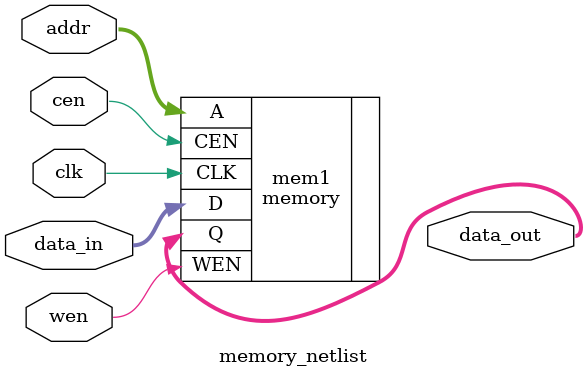
<source format=v>

`timescale 1 ns/1 ps
`celldefine
module memory_netlist (data_out, clk, cen, wen, addr, data_in);
  
   output [15:0]            data_out;
   input                    clk;
   input                    cen;
   input                    wen;
   input [6:0]              addr;
   input [15:0]             data_in;
   
   memory mem1 (.Q(data_out), .CLK(clk), .CEN(cen), .WEN(wen), .A(addr), .D(data_in));

endmodule
`endcelldefine

</source>
